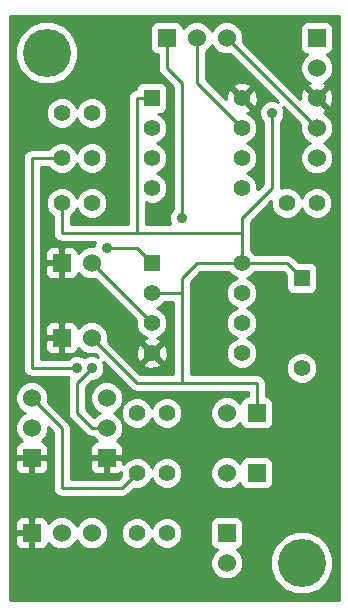
<source format=gbl>
G04 (created by PCBNEW (2013-07-07 BZR 4022)-stable) date 5/14/2015 8:52:31 PM*
%MOIN*%
G04 Gerber Fmt 3.4, Leading zero omitted, Abs format*
%FSLAX34Y34*%
G01*
G70*
G90*
G04 APERTURE LIST*
%ADD10C,0.00590551*%
%ADD11C,0.055*%
%ADD12R,0.06X0.06*%
%ADD13C,0.06*%
%ADD14R,0.055X0.055*%
%ADD15C,0.16*%
%ADD16C,0.035*%
%ADD17C,0.01*%
G04 APERTURE END LIST*
G54D10*
G54D11*
X71500Y-46500D03*
X70500Y-46500D03*
X69000Y-38000D03*
X68000Y-38000D03*
X69000Y-36500D03*
X68000Y-36500D03*
X75500Y-39500D03*
X76500Y-39500D03*
X69000Y-39500D03*
X68000Y-39500D03*
X71500Y-48500D03*
X70500Y-48500D03*
X71500Y-50500D03*
X70500Y-50500D03*
G54D12*
X76500Y-34000D03*
G54D13*
X76500Y-35000D03*
X76500Y-36000D03*
X76500Y-37000D03*
X76500Y-38000D03*
G54D12*
X67000Y-48000D03*
G54D13*
X67000Y-47000D03*
X67000Y-46000D03*
G54D12*
X69500Y-48000D03*
G54D13*
X69500Y-47000D03*
X69500Y-46000D03*
G54D12*
X67000Y-50500D03*
G54D13*
X68000Y-50500D03*
X69000Y-50500D03*
G54D12*
X74500Y-46500D03*
G54D13*
X73500Y-46500D03*
G54D12*
X74500Y-48500D03*
G54D13*
X73500Y-48500D03*
G54D12*
X73500Y-50500D03*
G54D13*
X73500Y-51500D03*
G54D12*
X68000Y-41500D03*
G54D13*
X69000Y-41500D03*
G54D12*
X68000Y-44000D03*
G54D13*
X69000Y-44000D03*
G54D14*
X71000Y-41500D03*
G54D11*
X71000Y-42500D03*
X71000Y-43500D03*
X71000Y-44500D03*
X74000Y-44500D03*
X74000Y-43500D03*
X74000Y-42500D03*
X74000Y-41500D03*
G54D14*
X71000Y-36000D03*
G54D11*
X71000Y-37000D03*
X71000Y-38000D03*
X71000Y-39000D03*
X74000Y-39000D03*
X74000Y-38000D03*
X74000Y-37000D03*
X74000Y-36000D03*
G54D14*
X76000Y-42000D03*
G54D11*
X76000Y-45000D03*
G54D15*
X67500Y-34500D03*
X76000Y-51500D03*
G54D12*
X71500Y-34000D03*
G54D13*
X72500Y-34000D03*
X73500Y-34000D03*
G54D16*
X69500Y-41000D03*
X72000Y-40000D03*
X69000Y-45000D03*
X68500Y-45000D03*
X75000Y-36500D03*
G54D17*
X69500Y-41000D02*
X70500Y-41000D01*
X71500Y-34000D02*
X71500Y-35000D01*
X72000Y-35500D02*
X72000Y-40000D01*
X71500Y-35000D02*
X72000Y-35500D01*
X70500Y-41000D02*
X71000Y-41500D01*
X72500Y-34000D02*
X72500Y-35500D01*
X72500Y-35500D02*
X74000Y-37000D01*
X69000Y-41500D02*
X71000Y-43500D01*
X67000Y-46000D02*
X68000Y-47000D01*
X70000Y-49000D02*
X70500Y-48500D01*
X69500Y-49000D02*
X70000Y-49000D01*
X68000Y-49000D02*
X69500Y-49000D01*
X68000Y-47000D02*
X68000Y-49000D01*
X69000Y-45000D02*
X68500Y-45500D01*
X69000Y-47000D02*
X69500Y-47000D01*
X68500Y-46500D02*
X69000Y-47000D01*
X68500Y-45500D02*
X68500Y-46500D01*
X68000Y-38000D02*
X67000Y-38000D01*
X67000Y-45000D02*
X68500Y-45000D01*
X67000Y-38000D02*
X67000Y-45000D01*
X73500Y-34000D02*
X76500Y-37000D01*
X71000Y-36000D02*
X70500Y-36000D01*
X70500Y-36000D02*
X70500Y-40500D01*
X75000Y-36500D02*
X75000Y-39000D01*
X74000Y-40000D02*
X74000Y-40500D01*
X75000Y-39000D02*
X74000Y-40000D01*
X74000Y-41500D02*
X75500Y-41500D01*
X75500Y-41500D02*
X76000Y-42000D01*
X72000Y-42500D02*
X72000Y-42000D01*
X72500Y-41500D02*
X74000Y-41500D01*
X72000Y-42000D02*
X72500Y-41500D01*
X71000Y-42500D02*
X72000Y-42500D01*
X72000Y-42500D02*
X72000Y-45500D01*
X74500Y-46500D02*
X74500Y-45500D01*
X70500Y-45500D02*
X72000Y-45500D01*
X72000Y-45500D02*
X74500Y-45500D01*
X70500Y-45500D02*
X69000Y-44000D01*
X68000Y-39500D02*
X68000Y-40500D01*
X68000Y-40500D02*
X70500Y-40500D01*
X70500Y-40500D02*
X74000Y-40500D01*
X74000Y-40500D02*
X74000Y-41500D01*
G54D10*
G36*
X75197Y-36121D02*
X75084Y-36075D01*
X74915Y-36074D01*
X74759Y-36139D01*
X74639Y-36258D01*
X74575Y-36415D01*
X74574Y-36584D01*
X74639Y-36740D01*
X74700Y-36801D01*
X74700Y-38875D01*
X74529Y-39045D01*
X74529Y-36075D01*
X74518Y-35867D01*
X74460Y-35727D01*
X74367Y-35702D01*
X74297Y-35773D01*
X74297Y-35632D01*
X74272Y-35539D01*
X74075Y-35470D01*
X73867Y-35481D01*
X73727Y-35539D01*
X73702Y-35632D01*
X74000Y-35929D01*
X74297Y-35632D01*
X74297Y-35773D01*
X74070Y-36000D01*
X74367Y-36297D01*
X74460Y-36272D01*
X74529Y-36075D01*
X74529Y-39045D01*
X74524Y-39050D01*
X74525Y-38896D01*
X74445Y-38703D01*
X74297Y-38555D01*
X74164Y-38499D01*
X74297Y-38445D01*
X74444Y-38297D01*
X74524Y-38104D01*
X74525Y-37896D01*
X74445Y-37703D01*
X74297Y-37555D01*
X74164Y-37499D01*
X74297Y-37445D01*
X74444Y-37297D01*
X74524Y-37104D01*
X74525Y-36896D01*
X74445Y-36703D01*
X74297Y-36555D01*
X74171Y-36502D01*
X74272Y-36460D01*
X74297Y-36367D01*
X74000Y-36070D01*
X73994Y-36076D01*
X73923Y-36005D01*
X73929Y-36000D01*
X73632Y-35702D01*
X73539Y-35727D01*
X73470Y-35924D01*
X73477Y-36052D01*
X72800Y-35375D01*
X72800Y-34471D01*
X72811Y-34466D01*
X72965Y-34311D01*
X72999Y-34230D01*
X73033Y-34311D01*
X73188Y-34465D01*
X73390Y-34549D01*
X73608Y-34550D01*
X73620Y-34545D01*
X75197Y-36121D01*
X75197Y-36121D01*
G37*
G54D17*
X75197Y-36121D02*
X75084Y-36075D01*
X74915Y-36074D01*
X74759Y-36139D01*
X74639Y-36258D01*
X74575Y-36415D01*
X74574Y-36584D01*
X74639Y-36740D01*
X74700Y-36801D01*
X74700Y-38875D01*
X74529Y-39045D01*
X74529Y-36075D01*
X74518Y-35867D01*
X74460Y-35727D01*
X74367Y-35702D01*
X74297Y-35773D01*
X74297Y-35632D01*
X74272Y-35539D01*
X74075Y-35470D01*
X73867Y-35481D01*
X73727Y-35539D01*
X73702Y-35632D01*
X74000Y-35929D01*
X74297Y-35632D01*
X74297Y-35773D01*
X74070Y-36000D01*
X74367Y-36297D01*
X74460Y-36272D01*
X74529Y-36075D01*
X74529Y-39045D01*
X74524Y-39050D01*
X74525Y-38896D01*
X74445Y-38703D01*
X74297Y-38555D01*
X74164Y-38499D01*
X74297Y-38445D01*
X74444Y-38297D01*
X74524Y-38104D01*
X74525Y-37896D01*
X74445Y-37703D01*
X74297Y-37555D01*
X74164Y-37499D01*
X74297Y-37445D01*
X74444Y-37297D01*
X74524Y-37104D01*
X74525Y-36896D01*
X74445Y-36703D01*
X74297Y-36555D01*
X74171Y-36502D01*
X74272Y-36460D01*
X74297Y-36367D01*
X74000Y-36070D01*
X73994Y-36076D01*
X73923Y-36005D01*
X73929Y-36000D01*
X73632Y-35702D01*
X73539Y-35727D01*
X73470Y-35924D01*
X73477Y-36052D01*
X72800Y-35375D01*
X72800Y-34471D01*
X72811Y-34466D01*
X72965Y-34311D01*
X72999Y-34230D01*
X73033Y-34311D01*
X73188Y-34465D01*
X73390Y-34549D01*
X73608Y-34550D01*
X73620Y-34545D01*
X75197Y-36121D01*
G54D10*
G36*
X77230Y-52730D02*
X77054Y-52730D01*
X77054Y-36081D01*
X77050Y-35988D01*
X77050Y-34891D01*
X76966Y-34688D01*
X76827Y-34550D01*
X76849Y-34550D01*
X76941Y-34512D01*
X77011Y-34441D01*
X77049Y-34349D01*
X77050Y-34250D01*
X77050Y-33650D01*
X77012Y-33558D01*
X76941Y-33488D01*
X76849Y-33450D01*
X76750Y-33449D01*
X76150Y-33449D01*
X76058Y-33487D01*
X75988Y-33558D01*
X75950Y-33650D01*
X75949Y-33749D01*
X75949Y-34349D01*
X75987Y-34441D01*
X76058Y-34511D01*
X76150Y-34549D01*
X76172Y-34549D01*
X76034Y-34688D01*
X75950Y-34890D01*
X75949Y-35108D01*
X76033Y-35311D01*
X76188Y-35465D01*
X76263Y-35497D01*
X76212Y-35518D01*
X76184Y-35614D01*
X76500Y-35929D01*
X76815Y-35614D01*
X76787Y-35518D01*
X76732Y-35499D01*
X76811Y-35466D01*
X76965Y-35311D01*
X77049Y-35109D01*
X77050Y-34891D01*
X77050Y-35988D01*
X77043Y-35863D01*
X76981Y-35712D01*
X76885Y-35684D01*
X76570Y-36000D01*
X76885Y-36315D01*
X76981Y-36287D01*
X77054Y-36081D01*
X77054Y-52730D01*
X77050Y-52730D01*
X77050Y-51292D01*
X77050Y-51291D01*
X77050Y-37891D01*
X76966Y-37688D01*
X76811Y-37534D01*
X76730Y-37500D01*
X76811Y-37466D01*
X76965Y-37311D01*
X77049Y-37109D01*
X77050Y-36891D01*
X76966Y-36688D01*
X76811Y-36534D01*
X76736Y-36502D01*
X76787Y-36481D01*
X76815Y-36385D01*
X76500Y-36070D01*
X76494Y-36076D01*
X76423Y-36005D01*
X76429Y-36000D01*
X76114Y-35684D01*
X76018Y-35712D01*
X75945Y-35918D01*
X75950Y-36026D01*
X74045Y-34121D01*
X74049Y-34109D01*
X74050Y-33891D01*
X73966Y-33688D01*
X73811Y-33534D01*
X73609Y-33450D01*
X73391Y-33449D01*
X73188Y-33533D01*
X73034Y-33688D01*
X73000Y-33769D01*
X72966Y-33688D01*
X72811Y-33534D01*
X72609Y-33450D01*
X72391Y-33449D01*
X72188Y-33533D01*
X72050Y-33672D01*
X72050Y-33650D01*
X72012Y-33558D01*
X71941Y-33488D01*
X71849Y-33450D01*
X71750Y-33449D01*
X71150Y-33449D01*
X71058Y-33487D01*
X70988Y-33558D01*
X70950Y-33650D01*
X70949Y-33749D01*
X70949Y-34349D01*
X70987Y-34441D01*
X71058Y-34511D01*
X71150Y-34549D01*
X71200Y-34549D01*
X71200Y-35000D01*
X71222Y-35114D01*
X71287Y-35212D01*
X71700Y-35624D01*
X71700Y-39698D01*
X71639Y-39758D01*
X71575Y-39915D01*
X71574Y-40084D01*
X71622Y-40200D01*
X70800Y-40200D01*
X70800Y-39485D01*
X70895Y-39524D01*
X71103Y-39525D01*
X71297Y-39445D01*
X71444Y-39297D01*
X71524Y-39104D01*
X71525Y-38896D01*
X71445Y-38703D01*
X71297Y-38555D01*
X71164Y-38499D01*
X71297Y-38445D01*
X71444Y-38297D01*
X71524Y-38104D01*
X71525Y-37896D01*
X71445Y-37703D01*
X71297Y-37555D01*
X71164Y-37499D01*
X71297Y-37445D01*
X71444Y-37297D01*
X71524Y-37104D01*
X71525Y-36896D01*
X71445Y-36703D01*
X71297Y-36555D01*
X71225Y-36525D01*
X71324Y-36525D01*
X71416Y-36487D01*
X71486Y-36416D01*
X71524Y-36324D01*
X71525Y-36225D01*
X71525Y-35675D01*
X71487Y-35583D01*
X71416Y-35513D01*
X71324Y-35475D01*
X71225Y-35474D01*
X70675Y-35474D01*
X70583Y-35512D01*
X70513Y-35583D01*
X70475Y-35675D01*
X70475Y-35704D01*
X70385Y-35722D01*
X70287Y-35787D01*
X70222Y-35885D01*
X70200Y-36000D01*
X70200Y-40200D01*
X68300Y-40200D01*
X68300Y-39942D01*
X68444Y-39797D01*
X68500Y-39664D01*
X68554Y-39797D01*
X68702Y-39944D01*
X68895Y-40024D01*
X69103Y-40025D01*
X69297Y-39945D01*
X69444Y-39797D01*
X69524Y-39604D01*
X69525Y-39396D01*
X69445Y-39203D01*
X69297Y-39055D01*
X69104Y-38975D01*
X68896Y-38974D01*
X68703Y-39054D01*
X68555Y-39202D01*
X68499Y-39335D01*
X68445Y-39203D01*
X68297Y-39055D01*
X68104Y-38975D01*
X67896Y-38974D01*
X67703Y-39054D01*
X67555Y-39202D01*
X67475Y-39395D01*
X67474Y-39603D01*
X67554Y-39797D01*
X67700Y-39942D01*
X67700Y-40500D01*
X67722Y-40614D01*
X67787Y-40712D01*
X67885Y-40777D01*
X68000Y-40800D01*
X69122Y-40800D01*
X69075Y-40915D01*
X69075Y-40950D01*
X68891Y-40949D01*
X68688Y-41033D01*
X68549Y-41172D01*
X68549Y-41150D01*
X68511Y-41058D01*
X68441Y-40987D01*
X68349Y-40949D01*
X68112Y-40950D01*
X68050Y-41012D01*
X68050Y-41450D01*
X68057Y-41450D01*
X68057Y-41550D01*
X68050Y-41550D01*
X68050Y-41987D01*
X68112Y-42050D01*
X68349Y-42050D01*
X68441Y-42012D01*
X68511Y-41941D01*
X68549Y-41849D01*
X68549Y-41827D01*
X68688Y-41965D01*
X68890Y-42049D01*
X69108Y-42050D01*
X69120Y-42045D01*
X70475Y-43399D01*
X70474Y-43603D01*
X70554Y-43797D01*
X70702Y-43944D01*
X70828Y-43997D01*
X70727Y-44039D01*
X70702Y-44132D01*
X71000Y-44429D01*
X71297Y-44132D01*
X71272Y-44039D01*
X71162Y-44000D01*
X71297Y-43945D01*
X71444Y-43797D01*
X71524Y-43604D01*
X71525Y-43396D01*
X71445Y-43203D01*
X71297Y-43055D01*
X71164Y-42999D01*
X71297Y-42945D01*
X71442Y-42800D01*
X71700Y-42800D01*
X71700Y-45200D01*
X71529Y-45200D01*
X71529Y-44575D01*
X71518Y-44367D01*
X71460Y-44227D01*
X71367Y-44202D01*
X71070Y-44500D01*
X71367Y-44797D01*
X71460Y-44772D01*
X71529Y-44575D01*
X71529Y-45200D01*
X71297Y-45200D01*
X71297Y-44867D01*
X71000Y-44570D01*
X70929Y-44641D01*
X70929Y-44500D01*
X70632Y-44202D01*
X70539Y-44227D01*
X70470Y-44424D01*
X70481Y-44632D01*
X70539Y-44772D01*
X70632Y-44797D01*
X70929Y-44500D01*
X70929Y-44641D01*
X70702Y-44867D01*
X70727Y-44960D01*
X70924Y-45029D01*
X71132Y-45018D01*
X71272Y-44960D01*
X71297Y-44867D01*
X71297Y-45200D01*
X70624Y-45200D01*
X69545Y-44121D01*
X69549Y-44109D01*
X69550Y-43891D01*
X69466Y-43688D01*
X69311Y-43534D01*
X69109Y-43450D01*
X68891Y-43449D01*
X68688Y-43533D01*
X68549Y-43672D01*
X68549Y-43650D01*
X68511Y-43558D01*
X68441Y-43487D01*
X68349Y-43449D01*
X68112Y-43450D01*
X68050Y-43512D01*
X68050Y-43950D01*
X68057Y-43950D01*
X68057Y-44050D01*
X68050Y-44050D01*
X68050Y-44487D01*
X68112Y-44550D01*
X68349Y-44550D01*
X68441Y-44512D01*
X68511Y-44441D01*
X68549Y-44349D01*
X68549Y-44327D01*
X68688Y-44465D01*
X68890Y-44549D01*
X69108Y-44550D01*
X69120Y-44545D01*
X69197Y-44621D01*
X69084Y-44575D01*
X68915Y-44574D01*
X68759Y-44639D01*
X68750Y-44648D01*
X68741Y-44639D01*
X68584Y-44575D01*
X68415Y-44574D01*
X68259Y-44639D01*
X68198Y-44700D01*
X67950Y-44700D01*
X67950Y-44487D01*
X67950Y-44050D01*
X67950Y-43950D01*
X67950Y-43512D01*
X67950Y-41987D01*
X67950Y-41550D01*
X67950Y-41450D01*
X67950Y-41012D01*
X67887Y-40950D01*
X67650Y-40949D01*
X67558Y-40987D01*
X67488Y-41058D01*
X67450Y-41150D01*
X67449Y-41249D01*
X67450Y-41387D01*
X67512Y-41450D01*
X67950Y-41450D01*
X67950Y-41550D01*
X67512Y-41550D01*
X67450Y-41612D01*
X67449Y-41750D01*
X67450Y-41849D01*
X67488Y-41941D01*
X67558Y-42012D01*
X67650Y-42050D01*
X67887Y-42050D01*
X67950Y-41987D01*
X67950Y-43512D01*
X67887Y-43450D01*
X67650Y-43449D01*
X67558Y-43487D01*
X67488Y-43558D01*
X67450Y-43650D01*
X67449Y-43749D01*
X67450Y-43887D01*
X67512Y-43950D01*
X67950Y-43950D01*
X67950Y-44050D01*
X67512Y-44050D01*
X67450Y-44112D01*
X67449Y-44250D01*
X67450Y-44349D01*
X67488Y-44441D01*
X67558Y-44512D01*
X67650Y-44550D01*
X67887Y-44550D01*
X67950Y-44487D01*
X67950Y-44700D01*
X67300Y-44700D01*
X67300Y-38300D01*
X67557Y-38300D01*
X67702Y-38444D01*
X67895Y-38524D01*
X68103Y-38525D01*
X68297Y-38445D01*
X68444Y-38297D01*
X68500Y-38164D01*
X68554Y-38297D01*
X68702Y-38444D01*
X68895Y-38524D01*
X69103Y-38525D01*
X69297Y-38445D01*
X69444Y-38297D01*
X69524Y-38104D01*
X69525Y-37896D01*
X69525Y-36396D01*
X69445Y-36203D01*
X69297Y-36055D01*
X69104Y-35975D01*
X68896Y-35974D01*
X68703Y-36054D01*
X68555Y-36202D01*
X68550Y-36214D01*
X68550Y-34292D01*
X68390Y-33906D01*
X68095Y-33610D01*
X67709Y-33450D01*
X67292Y-33449D01*
X66906Y-33609D01*
X66610Y-33904D01*
X66450Y-34290D01*
X66449Y-34707D01*
X66609Y-35094D01*
X66904Y-35389D01*
X67290Y-35549D01*
X67707Y-35550D01*
X68094Y-35390D01*
X68389Y-35095D01*
X68549Y-34709D01*
X68550Y-34292D01*
X68550Y-36214D01*
X68499Y-36335D01*
X68445Y-36203D01*
X68297Y-36055D01*
X68104Y-35975D01*
X67896Y-35974D01*
X67703Y-36054D01*
X67555Y-36202D01*
X67475Y-36395D01*
X67474Y-36603D01*
X67554Y-36797D01*
X67702Y-36944D01*
X67895Y-37024D01*
X68103Y-37025D01*
X68297Y-36945D01*
X68444Y-36797D01*
X68500Y-36664D01*
X68554Y-36797D01*
X68702Y-36944D01*
X68895Y-37024D01*
X69103Y-37025D01*
X69297Y-36945D01*
X69444Y-36797D01*
X69524Y-36604D01*
X69525Y-36396D01*
X69525Y-37896D01*
X69445Y-37703D01*
X69297Y-37555D01*
X69104Y-37475D01*
X68896Y-37474D01*
X68703Y-37554D01*
X68555Y-37702D01*
X68499Y-37835D01*
X68445Y-37703D01*
X68297Y-37555D01*
X68104Y-37475D01*
X67896Y-37474D01*
X67703Y-37554D01*
X67557Y-37700D01*
X67000Y-37700D01*
X66885Y-37722D01*
X66787Y-37787D01*
X66722Y-37885D01*
X66700Y-38000D01*
X66700Y-45000D01*
X66722Y-45114D01*
X66787Y-45212D01*
X66885Y-45277D01*
X67000Y-45300D01*
X68198Y-45300D01*
X68247Y-45348D01*
X68222Y-45385D01*
X68200Y-45500D01*
X68200Y-46500D01*
X68222Y-46614D01*
X68287Y-46712D01*
X68787Y-47212D01*
X68787Y-47212D01*
X68885Y-47277D01*
X69000Y-47300D01*
X69028Y-47300D01*
X69033Y-47311D01*
X69172Y-47450D01*
X69150Y-47450D01*
X69058Y-47488D01*
X68987Y-47558D01*
X68949Y-47650D01*
X68950Y-47887D01*
X69012Y-47950D01*
X69450Y-47950D01*
X69450Y-47942D01*
X69550Y-47942D01*
X69550Y-47950D01*
X69987Y-47950D01*
X70050Y-47887D01*
X70050Y-47650D01*
X70012Y-47558D01*
X69941Y-47488D01*
X69849Y-47450D01*
X69827Y-47450D01*
X69965Y-47311D01*
X70049Y-47109D01*
X70050Y-46891D01*
X69966Y-46688D01*
X69811Y-46534D01*
X69730Y-46500D01*
X69811Y-46466D01*
X69965Y-46311D01*
X70049Y-46109D01*
X70050Y-45891D01*
X69966Y-45688D01*
X69811Y-45534D01*
X69609Y-45450D01*
X69391Y-45449D01*
X69188Y-45533D01*
X69034Y-45688D01*
X68950Y-45890D01*
X68949Y-46108D01*
X69033Y-46311D01*
X69188Y-46465D01*
X69269Y-46499D01*
X69188Y-46533D01*
X69073Y-46648D01*
X68800Y-46375D01*
X68800Y-45624D01*
X68999Y-45424D01*
X69084Y-45425D01*
X69240Y-45360D01*
X69360Y-45241D01*
X69424Y-45084D01*
X69425Y-44915D01*
X69378Y-44802D01*
X70287Y-45712D01*
X70287Y-45712D01*
X70385Y-45777D01*
X70500Y-45800D01*
X72000Y-45800D01*
X74200Y-45800D01*
X74200Y-45949D01*
X74150Y-45949D01*
X74058Y-45987D01*
X73988Y-46058D01*
X73950Y-46150D01*
X73950Y-46172D01*
X73811Y-46034D01*
X73609Y-45950D01*
X73391Y-45949D01*
X73188Y-46033D01*
X73034Y-46188D01*
X72950Y-46390D01*
X72949Y-46608D01*
X73033Y-46811D01*
X73188Y-46965D01*
X73390Y-47049D01*
X73608Y-47050D01*
X73811Y-46966D01*
X73949Y-46827D01*
X73949Y-46849D01*
X73987Y-46941D01*
X74058Y-47011D01*
X74150Y-47049D01*
X74249Y-47050D01*
X74849Y-47050D01*
X74941Y-47012D01*
X75011Y-46941D01*
X75049Y-46849D01*
X75050Y-46750D01*
X75050Y-46150D01*
X75012Y-46058D01*
X74941Y-45988D01*
X74849Y-45950D01*
X74800Y-45950D01*
X74800Y-45500D01*
X74777Y-45385D01*
X74712Y-45287D01*
X74614Y-45222D01*
X74500Y-45200D01*
X72300Y-45200D01*
X72300Y-42500D01*
X72300Y-42124D01*
X72624Y-41800D01*
X73557Y-41800D01*
X73702Y-41944D01*
X73835Y-42000D01*
X73703Y-42054D01*
X73555Y-42202D01*
X73475Y-42395D01*
X73474Y-42603D01*
X73554Y-42797D01*
X73702Y-42944D01*
X73835Y-43000D01*
X73703Y-43054D01*
X73555Y-43202D01*
X73475Y-43395D01*
X73474Y-43603D01*
X73554Y-43797D01*
X73702Y-43944D01*
X73835Y-44000D01*
X73703Y-44054D01*
X73555Y-44202D01*
X73475Y-44395D01*
X73474Y-44603D01*
X73554Y-44797D01*
X73702Y-44944D01*
X73895Y-45024D01*
X74103Y-45025D01*
X74297Y-44945D01*
X74444Y-44797D01*
X74524Y-44604D01*
X74525Y-44396D01*
X74445Y-44203D01*
X74297Y-44055D01*
X74164Y-43999D01*
X74297Y-43945D01*
X74444Y-43797D01*
X74524Y-43604D01*
X74525Y-43396D01*
X74445Y-43203D01*
X74297Y-43055D01*
X74164Y-42999D01*
X74297Y-42945D01*
X74444Y-42797D01*
X74524Y-42604D01*
X74525Y-42396D01*
X74445Y-42203D01*
X74297Y-42055D01*
X74164Y-41999D01*
X74297Y-41945D01*
X74442Y-41800D01*
X75375Y-41800D01*
X75474Y-41899D01*
X75474Y-42324D01*
X75512Y-42416D01*
X75583Y-42486D01*
X75675Y-42524D01*
X75774Y-42525D01*
X76324Y-42525D01*
X76416Y-42487D01*
X76486Y-42416D01*
X76524Y-42324D01*
X76525Y-42225D01*
X76525Y-41675D01*
X76487Y-41583D01*
X76416Y-41513D01*
X76324Y-41475D01*
X76225Y-41474D01*
X75899Y-41474D01*
X75712Y-41287D01*
X75614Y-41222D01*
X75500Y-41200D01*
X74442Y-41200D01*
X74300Y-41057D01*
X74300Y-40500D01*
X74300Y-40124D01*
X74975Y-39449D01*
X74974Y-39603D01*
X75054Y-39797D01*
X75202Y-39944D01*
X75395Y-40024D01*
X75603Y-40025D01*
X75797Y-39945D01*
X75944Y-39797D01*
X76000Y-39664D01*
X76054Y-39797D01*
X76202Y-39944D01*
X76395Y-40024D01*
X76603Y-40025D01*
X76797Y-39945D01*
X76944Y-39797D01*
X77024Y-39604D01*
X77025Y-39396D01*
X76945Y-39203D01*
X76797Y-39055D01*
X76604Y-38975D01*
X76396Y-38974D01*
X76203Y-39054D01*
X76055Y-39202D01*
X75999Y-39335D01*
X75945Y-39203D01*
X75797Y-39055D01*
X75604Y-38975D01*
X75396Y-38974D01*
X75296Y-39015D01*
X75299Y-39000D01*
X75300Y-39000D01*
X75300Y-36801D01*
X75360Y-36741D01*
X75424Y-36584D01*
X75425Y-36415D01*
X75378Y-36302D01*
X75954Y-36878D01*
X75950Y-36890D01*
X75949Y-37108D01*
X76033Y-37311D01*
X76188Y-37465D01*
X76269Y-37499D01*
X76188Y-37533D01*
X76034Y-37688D01*
X75950Y-37890D01*
X75949Y-38108D01*
X76033Y-38311D01*
X76188Y-38465D01*
X76390Y-38549D01*
X76608Y-38550D01*
X76811Y-38466D01*
X76965Y-38311D01*
X77049Y-38109D01*
X77050Y-37891D01*
X77050Y-51291D01*
X76890Y-50906D01*
X76595Y-50610D01*
X76525Y-50581D01*
X76525Y-44896D01*
X76445Y-44703D01*
X76297Y-44555D01*
X76104Y-44475D01*
X75896Y-44474D01*
X75703Y-44554D01*
X75555Y-44702D01*
X75475Y-44895D01*
X75474Y-45103D01*
X75554Y-45297D01*
X75702Y-45444D01*
X75895Y-45524D01*
X76103Y-45525D01*
X76297Y-45445D01*
X76444Y-45297D01*
X76524Y-45104D01*
X76525Y-44896D01*
X76525Y-50581D01*
X76209Y-50450D01*
X75792Y-50449D01*
X75406Y-50609D01*
X75110Y-50904D01*
X75050Y-51049D01*
X75050Y-48750D01*
X75050Y-48150D01*
X75012Y-48058D01*
X74941Y-47988D01*
X74849Y-47950D01*
X74750Y-47949D01*
X74150Y-47949D01*
X74058Y-47987D01*
X73988Y-48058D01*
X73950Y-48150D01*
X73950Y-48172D01*
X73811Y-48034D01*
X73609Y-47950D01*
X73391Y-47949D01*
X73188Y-48033D01*
X73034Y-48188D01*
X72950Y-48390D01*
X72949Y-48608D01*
X73033Y-48811D01*
X73188Y-48965D01*
X73390Y-49049D01*
X73608Y-49050D01*
X73811Y-48966D01*
X73949Y-48827D01*
X73949Y-48849D01*
X73987Y-48941D01*
X74058Y-49011D01*
X74150Y-49049D01*
X74249Y-49050D01*
X74849Y-49050D01*
X74941Y-49012D01*
X75011Y-48941D01*
X75049Y-48849D01*
X75050Y-48750D01*
X75050Y-51049D01*
X74950Y-51290D01*
X74949Y-51707D01*
X75109Y-52094D01*
X75404Y-52389D01*
X75790Y-52549D01*
X76207Y-52550D01*
X76594Y-52390D01*
X76889Y-52095D01*
X77049Y-51709D01*
X77050Y-51292D01*
X77050Y-52730D01*
X74050Y-52730D01*
X74050Y-51391D01*
X73966Y-51188D01*
X73827Y-51050D01*
X73849Y-51050D01*
X73941Y-51012D01*
X74011Y-50941D01*
X74049Y-50849D01*
X74050Y-50750D01*
X74050Y-50150D01*
X74012Y-50058D01*
X73941Y-49988D01*
X73849Y-49950D01*
X73750Y-49949D01*
X73150Y-49949D01*
X73058Y-49987D01*
X72988Y-50058D01*
X72950Y-50150D01*
X72949Y-50249D01*
X72949Y-50849D01*
X72987Y-50941D01*
X73058Y-51011D01*
X73150Y-51049D01*
X73172Y-51049D01*
X73034Y-51188D01*
X72950Y-51390D01*
X72949Y-51608D01*
X73033Y-51811D01*
X73188Y-51965D01*
X73390Y-52049D01*
X73608Y-52050D01*
X73811Y-51966D01*
X73965Y-51811D01*
X74049Y-51609D01*
X74050Y-51391D01*
X74050Y-52730D01*
X72025Y-52730D01*
X72025Y-50396D01*
X72025Y-48396D01*
X72025Y-46396D01*
X71945Y-46203D01*
X71797Y-46055D01*
X71604Y-45975D01*
X71396Y-45974D01*
X71203Y-46054D01*
X71055Y-46202D01*
X70999Y-46335D01*
X70945Y-46203D01*
X70797Y-46055D01*
X70604Y-45975D01*
X70396Y-45974D01*
X70203Y-46054D01*
X70055Y-46202D01*
X69975Y-46395D01*
X69974Y-46603D01*
X70054Y-46797D01*
X70202Y-46944D01*
X70395Y-47024D01*
X70603Y-47025D01*
X70797Y-46945D01*
X70944Y-46797D01*
X71000Y-46664D01*
X71054Y-46797D01*
X71202Y-46944D01*
X71395Y-47024D01*
X71603Y-47025D01*
X71797Y-46945D01*
X71944Y-46797D01*
X72024Y-46604D01*
X72025Y-46396D01*
X72025Y-48396D01*
X71945Y-48203D01*
X71797Y-48055D01*
X71604Y-47975D01*
X71396Y-47974D01*
X71203Y-48054D01*
X71055Y-48202D01*
X70999Y-48335D01*
X70945Y-48203D01*
X70797Y-48055D01*
X70604Y-47975D01*
X70396Y-47974D01*
X70203Y-48054D01*
X70055Y-48202D01*
X70050Y-48214D01*
X70050Y-48112D01*
X69987Y-48050D01*
X69550Y-48050D01*
X69550Y-48487D01*
X69612Y-48550D01*
X69750Y-48550D01*
X69849Y-48549D01*
X69941Y-48511D01*
X69975Y-48478D01*
X69974Y-48600D01*
X69875Y-48700D01*
X69500Y-48700D01*
X69450Y-48700D01*
X69450Y-48487D01*
X69450Y-48050D01*
X69012Y-48050D01*
X68950Y-48112D01*
X68949Y-48349D01*
X68987Y-48441D01*
X69058Y-48511D01*
X69150Y-48549D01*
X69249Y-48550D01*
X69387Y-48550D01*
X69450Y-48487D01*
X69450Y-48700D01*
X68300Y-48700D01*
X68300Y-47000D01*
X68277Y-46885D01*
X68212Y-46787D01*
X68212Y-46787D01*
X67545Y-46121D01*
X67549Y-46109D01*
X67550Y-45891D01*
X67466Y-45688D01*
X67311Y-45534D01*
X67109Y-45450D01*
X66891Y-45449D01*
X66688Y-45533D01*
X66534Y-45688D01*
X66450Y-45890D01*
X66449Y-46108D01*
X66533Y-46311D01*
X66688Y-46465D01*
X66769Y-46499D01*
X66688Y-46533D01*
X66534Y-46688D01*
X66450Y-46890D01*
X66449Y-47108D01*
X66533Y-47311D01*
X66672Y-47450D01*
X66650Y-47450D01*
X66558Y-47488D01*
X66487Y-47558D01*
X66449Y-47650D01*
X66450Y-47887D01*
X66512Y-47950D01*
X66950Y-47950D01*
X66950Y-47942D01*
X67050Y-47942D01*
X67050Y-47950D01*
X67487Y-47950D01*
X67550Y-47887D01*
X67550Y-47650D01*
X67512Y-47558D01*
X67441Y-47488D01*
X67349Y-47450D01*
X67327Y-47450D01*
X67465Y-47311D01*
X67549Y-47109D01*
X67550Y-46974D01*
X67700Y-47124D01*
X67700Y-49000D01*
X67722Y-49114D01*
X67787Y-49212D01*
X67885Y-49277D01*
X68000Y-49300D01*
X69500Y-49300D01*
X70000Y-49300D01*
X70000Y-49299D01*
X70114Y-49277D01*
X70114Y-49277D01*
X70212Y-49212D01*
X70399Y-49024D01*
X70603Y-49025D01*
X70797Y-48945D01*
X70944Y-48797D01*
X71000Y-48664D01*
X71054Y-48797D01*
X71202Y-48944D01*
X71395Y-49024D01*
X71603Y-49025D01*
X71797Y-48945D01*
X71944Y-48797D01*
X72024Y-48604D01*
X72025Y-48396D01*
X72025Y-50396D01*
X71945Y-50203D01*
X71797Y-50055D01*
X71604Y-49975D01*
X71396Y-49974D01*
X71203Y-50054D01*
X71055Y-50202D01*
X70999Y-50335D01*
X70945Y-50203D01*
X70797Y-50055D01*
X70604Y-49975D01*
X70396Y-49974D01*
X70203Y-50054D01*
X70055Y-50202D01*
X69975Y-50395D01*
X69974Y-50603D01*
X70054Y-50797D01*
X70202Y-50944D01*
X70395Y-51024D01*
X70603Y-51025D01*
X70797Y-50945D01*
X70944Y-50797D01*
X71000Y-50664D01*
X71054Y-50797D01*
X71202Y-50944D01*
X71395Y-51024D01*
X71603Y-51025D01*
X71797Y-50945D01*
X71944Y-50797D01*
X72024Y-50604D01*
X72025Y-50396D01*
X72025Y-52730D01*
X69550Y-52730D01*
X69550Y-50391D01*
X69466Y-50188D01*
X69311Y-50034D01*
X69109Y-49950D01*
X68891Y-49949D01*
X68688Y-50033D01*
X68534Y-50188D01*
X68500Y-50269D01*
X68466Y-50188D01*
X68311Y-50034D01*
X68109Y-49950D01*
X67891Y-49949D01*
X67688Y-50033D01*
X67550Y-50172D01*
X67550Y-48349D01*
X67550Y-48112D01*
X67487Y-48050D01*
X67050Y-48050D01*
X67050Y-48487D01*
X67112Y-48550D01*
X67250Y-48550D01*
X67349Y-48549D01*
X67441Y-48511D01*
X67512Y-48441D01*
X67550Y-48349D01*
X67550Y-50172D01*
X67549Y-50172D01*
X67549Y-50150D01*
X67511Y-50058D01*
X67441Y-49987D01*
X67349Y-49949D01*
X67112Y-49950D01*
X67050Y-50012D01*
X67050Y-50450D01*
X67057Y-50450D01*
X67057Y-50550D01*
X67050Y-50550D01*
X67050Y-50987D01*
X67112Y-51050D01*
X67349Y-51050D01*
X67441Y-51012D01*
X67511Y-50941D01*
X67549Y-50849D01*
X67549Y-50827D01*
X67688Y-50965D01*
X67890Y-51049D01*
X68108Y-51050D01*
X68311Y-50966D01*
X68465Y-50811D01*
X68499Y-50730D01*
X68533Y-50811D01*
X68688Y-50965D01*
X68890Y-51049D01*
X69108Y-51050D01*
X69311Y-50966D01*
X69465Y-50811D01*
X69549Y-50609D01*
X69550Y-50391D01*
X69550Y-52730D01*
X66950Y-52730D01*
X66950Y-50987D01*
X66950Y-50550D01*
X66950Y-50450D01*
X66950Y-50012D01*
X66950Y-48487D01*
X66950Y-48050D01*
X66512Y-48050D01*
X66450Y-48112D01*
X66449Y-48349D01*
X66487Y-48441D01*
X66558Y-48511D01*
X66650Y-48549D01*
X66749Y-48550D01*
X66887Y-48550D01*
X66950Y-48487D01*
X66950Y-50012D01*
X66887Y-49950D01*
X66650Y-49949D01*
X66558Y-49987D01*
X66488Y-50058D01*
X66450Y-50150D01*
X66449Y-50249D01*
X66450Y-50387D01*
X66512Y-50450D01*
X66950Y-50450D01*
X66950Y-50550D01*
X66512Y-50550D01*
X66450Y-50612D01*
X66449Y-50750D01*
X66450Y-50849D01*
X66488Y-50941D01*
X66558Y-51012D01*
X66650Y-51050D01*
X66887Y-51050D01*
X66950Y-50987D01*
X66950Y-52730D01*
X66269Y-52730D01*
X66269Y-52500D01*
X66269Y-33269D01*
X77230Y-33269D01*
X77230Y-52500D01*
X77230Y-52730D01*
X77230Y-52730D01*
G37*
G54D17*
X77230Y-52730D02*
X77054Y-52730D01*
X77054Y-36081D01*
X77050Y-35988D01*
X77050Y-34891D01*
X76966Y-34688D01*
X76827Y-34550D01*
X76849Y-34550D01*
X76941Y-34512D01*
X77011Y-34441D01*
X77049Y-34349D01*
X77050Y-34250D01*
X77050Y-33650D01*
X77012Y-33558D01*
X76941Y-33488D01*
X76849Y-33450D01*
X76750Y-33449D01*
X76150Y-33449D01*
X76058Y-33487D01*
X75988Y-33558D01*
X75950Y-33650D01*
X75949Y-33749D01*
X75949Y-34349D01*
X75987Y-34441D01*
X76058Y-34511D01*
X76150Y-34549D01*
X76172Y-34549D01*
X76034Y-34688D01*
X75950Y-34890D01*
X75949Y-35108D01*
X76033Y-35311D01*
X76188Y-35465D01*
X76263Y-35497D01*
X76212Y-35518D01*
X76184Y-35614D01*
X76500Y-35929D01*
X76815Y-35614D01*
X76787Y-35518D01*
X76732Y-35499D01*
X76811Y-35466D01*
X76965Y-35311D01*
X77049Y-35109D01*
X77050Y-34891D01*
X77050Y-35988D01*
X77043Y-35863D01*
X76981Y-35712D01*
X76885Y-35684D01*
X76570Y-36000D01*
X76885Y-36315D01*
X76981Y-36287D01*
X77054Y-36081D01*
X77054Y-52730D01*
X77050Y-52730D01*
X77050Y-51292D01*
X77050Y-51291D01*
X77050Y-37891D01*
X76966Y-37688D01*
X76811Y-37534D01*
X76730Y-37500D01*
X76811Y-37466D01*
X76965Y-37311D01*
X77049Y-37109D01*
X77050Y-36891D01*
X76966Y-36688D01*
X76811Y-36534D01*
X76736Y-36502D01*
X76787Y-36481D01*
X76815Y-36385D01*
X76500Y-36070D01*
X76494Y-36076D01*
X76423Y-36005D01*
X76429Y-36000D01*
X76114Y-35684D01*
X76018Y-35712D01*
X75945Y-35918D01*
X75950Y-36026D01*
X74045Y-34121D01*
X74049Y-34109D01*
X74050Y-33891D01*
X73966Y-33688D01*
X73811Y-33534D01*
X73609Y-33450D01*
X73391Y-33449D01*
X73188Y-33533D01*
X73034Y-33688D01*
X73000Y-33769D01*
X72966Y-33688D01*
X72811Y-33534D01*
X72609Y-33450D01*
X72391Y-33449D01*
X72188Y-33533D01*
X72050Y-33672D01*
X72050Y-33650D01*
X72012Y-33558D01*
X71941Y-33488D01*
X71849Y-33450D01*
X71750Y-33449D01*
X71150Y-33449D01*
X71058Y-33487D01*
X70988Y-33558D01*
X70950Y-33650D01*
X70949Y-33749D01*
X70949Y-34349D01*
X70987Y-34441D01*
X71058Y-34511D01*
X71150Y-34549D01*
X71200Y-34549D01*
X71200Y-35000D01*
X71222Y-35114D01*
X71287Y-35212D01*
X71700Y-35624D01*
X71700Y-39698D01*
X71639Y-39758D01*
X71575Y-39915D01*
X71574Y-40084D01*
X71622Y-40200D01*
X70800Y-40200D01*
X70800Y-39485D01*
X70895Y-39524D01*
X71103Y-39525D01*
X71297Y-39445D01*
X71444Y-39297D01*
X71524Y-39104D01*
X71525Y-38896D01*
X71445Y-38703D01*
X71297Y-38555D01*
X71164Y-38499D01*
X71297Y-38445D01*
X71444Y-38297D01*
X71524Y-38104D01*
X71525Y-37896D01*
X71445Y-37703D01*
X71297Y-37555D01*
X71164Y-37499D01*
X71297Y-37445D01*
X71444Y-37297D01*
X71524Y-37104D01*
X71525Y-36896D01*
X71445Y-36703D01*
X71297Y-36555D01*
X71225Y-36525D01*
X71324Y-36525D01*
X71416Y-36487D01*
X71486Y-36416D01*
X71524Y-36324D01*
X71525Y-36225D01*
X71525Y-35675D01*
X71487Y-35583D01*
X71416Y-35513D01*
X71324Y-35475D01*
X71225Y-35474D01*
X70675Y-35474D01*
X70583Y-35512D01*
X70513Y-35583D01*
X70475Y-35675D01*
X70475Y-35704D01*
X70385Y-35722D01*
X70287Y-35787D01*
X70222Y-35885D01*
X70200Y-36000D01*
X70200Y-40200D01*
X68300Y-40200D01*
X68300Y-39942D01*
X68444Y-39797D01*
X68500Y-39664D01*
X68554Y-39797D01*
X68702Y-39944D01*
X68895Y-40024D01*
X69103Y-40025D01*
X69297Y-39945D01*
X69444Y-39797D01*
X69524Y-39604D01*
X69525Y-39396D01*
X69445Y-39203D01*
X69297Y-39055D01*
X69104Y-38975D01*
X68896Y-38974D01*
X68703Y-39054D01*
X68555Y-39202D01*
X68499Y-39335D01*
X68445Y-39203D01*
X68297Y-39055D01*
X68104Y-38975D01*
X67896Y-38974D01*
X67703Y-39054D01*
X67555Y-39202D01*
X67475Y-39395D01*
X67474Y-39603D01*
X67554Y-39797D01*
X67700Y-39942D01*
X67700Y-40500D01*
X67722Y-40614D01*
X67787Y-40712D01*
X67885Y-40777D01*
X68000Y-40800D01*
X69122Y-40800D01*
X69075Y-40915D01*
X69075Y-40950D01*
X68891Y-40949D01*
X68688Y-41033D01*
X68549Y-41172D01*
X68549Y-41150D01*
X68511Y-41058D01*
X68441Y-40987D01*
X68349Y-40949D01*
X68112Y-40950D01*
X68050Y-41012D01*
X68050Y-41450D01*
X68057Y-41450D01*
X68057Y-41550D01*
X68050Y-41550D01*
X68050Y-41987D01*
X68112Y-42050D01*
X68349Y-42050D01*
X68441Y-42012D01*
X68511Y-41941D01*
X68549Y-41849D01*
X68549Y-41827D01*
X68688Y-41965D01*
X68890Y-42049D01*
X69108Y-42050D01*
X69120Y-42045D01*
X70475Y-43399D01*
X70474Y-43603D01*
X70554Y-43797D01*
X70702Y-43944D01*
X70828Y-43997D01*
X70727Y-44039D01*
X70702Y-44132D01*
X71000Y-44429D01*
X71297Y-44132D01*
X71272Y-44039D01*
X71162Y-44000D01*
X71297Y-43945D01*
X71444Y-43797D01*
X71524Y-43604D01*
X71525Y-43396D01*
X71445Y-43203D01*
X71297Y-43055D01*
X71164Y-42999D01*
X71297Y-42945D01*
X71442Y-42800D01*
X71700Y-42800D01*
X71700Y-45200D01*
X71529Y-45200D01*
X71529Y-44575D01*
X71518Y-44367D01*
X71460Y-44227D01*
X71367Y-44202D01*
X71070Y-44500D01*
X71367Y-44797D01*
X71460Y-44772D01*
X71529Y-44575D01*
X71529Y-45200D01*
X71297Y-45200D01*
X71297Y-44867D01*
X71000Y-44570D01*
X70929Y-44641D01*
X70929Y-44500D01*
X70632Y-44202D01*
X70539Y-44227D01*
X70470Y-44424D01*
X70481Y-44632D01*
X70539Y-44772D01*
X70632Y-44797D01*
X70929Y-44500D01*
X70929Y-44641D01*
X70702Y-44867D01*
X70727Y-44960D01*
X70924Y-45029D01*
X71132Y-45018D01*
X71272Y-44960D01*
X71297Y-44867D01*
X71297Y-45200D01*
X70624Y-45200D01*
X69545Y-44121D01*
X69549Y-44109D01*
X69550Y-43891D01*
X69466Y-43688D01*
X69311Y-43534D01*
X69109Y-43450D01*
X68891Y-43449D01*
X68688Y-43533D01*
X68549Y-43672D01*
X68549Y-43650D01*
X68511Y-43558D01*
X68441Y-43487D01*
X68349Y-43449D01*
X68112Y-43450D01*
X68050Y-43512D01*
X68050Y-43950D01*
X68057Y-43950D01*
X68057Y-44050D01*
X68050Y-44050D01*
X68050Y-44487D01*
X68112Y-44550D01*
X68349Y-44550D01*
X68441Y-44512D01*
X68511Y-44441D01*
X68549Y-44349D01*
X68549Y-44327D01*
X68688Y-44465D01*
X68890Y-44549D01*
X69108Y-44550D01*
X69120Y-44545D01*
X69197Y-44621D01*
X69084Y-44575D01*
X68915Y-44574D01*
X68759Y-44639D01*
X68750Y-44648D01*
X68741Y-44639D01*
X68584Y-44575D01*
X68415Y-44574D01*
X68259Y-44639D01*
X68198Y-44700D01*
X67950Y-44700D01*
X67950Y-44487D01*
X67950Y-44050D01*
X67950Y-43950D01*
X67950Y-43512D01*
X67950Y-41987D01*
X67950Y-41550D01*
X67950Y-41450D01*
X67950Y-41012D01*
X67887Y-40950D01*
X67650Y-40949D01*
X67558Y-40987D01*
X67488Y-41058D01*
X67450Y-41150D01*
X67449Y-41249D01*
X67450Y-41387D01*
X67512Y-41450D01*
X67950Y-41450D01*
X67950Y-41550D01*
X67512Y-41550D01*
X67450Y-41612D01*
X67449Y-41750D01*
X67450Y-41849D01*
X67488Y-41941D01*
X67558Y-42012D01*
X67650Y-42050D01*
X67887Y-42050D01*
X67950Y-41987D01*
X67950Y-43512D01*
X67887Y-43450D01*
X67650Y-43449D01*
X67558Y-43487D01*
X67488Y-43558D01*
X67450Y-43650D01*
X67449Y-43749D01*
X67450Y-43887D01*
X67512Y-43950D01*
X67950Y-43950D01*
X67950Y-44050D01*
X67512Y-44050D01*
X67450Y-44112D01*
X67449Y-44250D01*
X67450Y-44349D01*
X67488Y-44441D01*
X67558Y-44512D01*
X67650Y-44550D01*
X67887Y-44550D01*
X67950Y-44487D01*
X67950Y-44700D01*
X67300Y-44700D01*
X67300Y-38300D01*
X67557Y-38300D01*
X67702Y-38444D01*
X67895Y-38524D01*
X68103Y-38525D01*
X68297Y-38445D01*
X68444Y-38297D01*
X68500Y-38164D01*
X68554Y-38297D01*
X68702Y-38444D01*
X68895Y-38524D01*
X69103Y-38525D01*
X69297Y-38445D01*
X69444Y-38297D01*
X69524Y-38104D01*
X69525Y-37896D01*
X69525Y-36396D01*
X69445Y-36203D01*
X69297Y-36055D01*
X69104Y-35975D01*
X68896Y-35974D01*
X68703Y-36054D01*
X68555Y-36202D01*
X68550Y-36214D01*
X68550Y-34292D01*
X68390Y-33906D01*
X68095Y-33610D01*
X67709Y-33450D01*
X67292Y-33449D01*
X66906Y-33609D01*
X66610Y-33904D01*
X66450Y-34290D01*
X66449Y-34707D01*
X66609Y-35094D01*
X66904Y-35389D01*
X67290Y-35549D01*
X67707Y-35550D01*
X68094Y-35390D01*
X68389Y-35095D01*
X68549Y-34709D01*
X68550Y-34292D01*
X68550Y-36214D01*
X68499Y-36335D01*
X68445Y-36203D01*
X68297Y-36055D01*
X68104Y-35975D01*
X67896Y-35974D01*
X67703Y-36054D01*
X67555Y-36202D01*
X67475Y-36395D01*
X67474Y-36603D01*
X67554Y-36797D01*
X67702Y-36944D01*
X67895Y-37024D01*
X68103Y-37025D01*
X68297Y-36945D01*
X68444Y-36797D01*
X68500Y-36664D01*
X68554Y-36797D01*
X68702Y-36944D01*
X68895Y-37024D01*
X69103Y-37025D01*
X69297Y-36945D01*
X69444Y-36797D01*
X69524Y-36604D01*
X69525Y-36396D01*
X69525Y-37896D01*
X69445Y-37703D01*
X69297Y-37555D01*
X69104Y-37475D01*
X68896Y-37474D01*
X68703Y-37554D01*
X68555Y-37702D01*
X68499Y-37835D01*
X68445Y-37703D01*
X68297Y-37555D01*
X68104Y-37475D01*
X67896Y-37474D01*
X67703Y-37554D01*
X67557Y-37700D01*
X67000Y-37700D01*
X66885Y-37722D01*
X66787Y-37787D01*
X66722Y-37885D01*
X66700Y-38000D01*
X66700Y-45000D01*
X66722Y-45114D01*
X66787Y-45212D01*
X66885Y-45277D01*
X67000Y-45300D01*
X68198Y-45300D01*
X68247Y-45348D01*
X68222Y-45385D01*
X68200Y-45500D01*
X68200Y-46500D01*
X68222Y-46614D01*
X68287Y-46712D01*
X68787Y-47212D01*
X68787Y-47212D01*
X68885Y-47277D01*
X69000Y-47300D01*
X69028Y-47300D01*
X69033Y-47311D01*
X69172Y-47450D01*
X69150Y-47450D01*
X69058Y-47488D01*
X68987Y-47558D01*
X68949Y-47650D01*
X68950Y-47887D01*
X69012Y-47950D01*
X69450Y-47950D01*
X69450Y-47942D01*
X69550Y-47942D01*
X69550Y-47950D01*
X69987Y-47950D01*
X70050Y-47887D01*
X70050Y-47650D01*
X70012Y-47558D01*
X69941Y-47488D01*
X69849Y-47450D01*
X69827Y-47450D01*
X69965Y-47311D01*
X70049Y-47109D01*
X70050Y-46891D01*
X69966Y-46688D01*
X69811Y-46534D01*
X69730Y-46500D01*
X69811Y-46466D01*
X69965Y-46311D01*
X70049Y-46109D01*
X70050Y-45891D01*
X69966Y-45688D01*
X69811Y-45534D01*
X69609Y-45450D01*
X69391Y-45449D01*
X69188Y-45533D01*
X69034Y-45688D01*
X68950Y-45890D01*
X68949Y-46108D01*
X69033Y-46311D01*
X69188Y-46465D01*
X69269Y-46499D01*
X69188Y-46533D01*
X69073Y-46648D01*
X68800Y-46375D01*
X68800Y-45624D01*
X68999Y-45424D01*
X69084Y-45425D01*
X69240Y-45360D01*
X69360Y-45241D01*
X69424Y-45084D01*
X69425Y-44915D01*
X69378Y-44802D01*
X70287Y-45712D01*
X70287Y-45712D01*
X70385Y-45777D01*
X70500Y-45800D01*
X72000Y-45800D01*
X74200Y-45800D01*
X74200Y-45949D01*
X74150Y-45949D01*
X74058Y-45987D01*
X73988Y-46058D01*
X73950Y-46150D01*
X73950Y-46172D01*
X73811Y-46034D01*
X73609Y-45950D01*
X73391Y-45949D01*
X73188Y-46033D01*
X73034Y-46188D01*
X72950Y-46390D01*
X72949Y-46608D01*
X73033Y-46811D01*
X73188Y-46965D01*
X73390Y-47049D01*
X73608Y-47050D01*
X73811Y-46966D01*
X73949Y-46827D01*
X73949Y-46849D01*
X73987Y-46941D01*
X74058Y-47011D01*
X74150Y-47049D01*
X74249Y-47050D01*
X74849Y-47050D01*
X74941Y-47012D01*
X75011Y-46941D01*
X75049Y-46849D01*
X75050Y-46750D01*
X75050Y-46150D01*
X75012Y-46058D01*
X74941Y-45988D01*
X74849Y-45950D01*
X74800Y-45950D01*
X74800Y-45500D01*
X74777Y-45385D01*
X74712Y-45287D01*
X74614Y-45222D01*
X74500Y-45200D01*
X72300Y-45200D01*
X72300Y-42500D01*
X72300Y-42124D01*
X72624Y-41800D01*
X73557Y-41800D01*
X73702Y-41944D01*
X73835Y-42000D01*
X73703Y-42054D01*
X73555Y-42202D01*
X73475Y-42395D01*
X73474Y-42603D01*
X73554Y-42797D01*
X73702Y-42944D01*
X73835Y-43000D01*
X73703Y-43054D01*
X73555Y-43202D01*
X73475Y-43395D01*
X73474Y-43603D01*
X73554Y-43797D01*
X73702Y-43944D01*
X73835Y-44000D01*
X73703Y-44054D01*
X73555Y-44202D01*
X73475Y-44395D01*
X73474Y-44603D01*
X73554Y-44797D01*
X73702Y-44944D01*
X73895Y-45024D01*
X74103Y-45025D01*
X74297Y-44945D01*
X74444Y-44797D01*
X74524Y-44604D01*
X74525Y-44396D01*
X74445Y-44203D01*
X74297Y-44055D01*
X74164Y-43999D01*
X74297Y-43945D01*
X74444Y-43797D01*
X74524Y-43604D01*
X74525Y-43396D01*
X74445Y-43203D01*
X74297Y-43055D01*
X74164Y-42999D01*
X74297Y-42945D01*
X74444Y-42797D01*
X74524Y-42604D01*
X74525Y-42396D01*
X74445Y-42203D01*
X74297Y-42055D01*
X74164Y-41999D01*
X74297Y-41945D01*
X74442Y-41800D01*
X75375Y-41800D01*
X75474Y-41899D01*
X75474Y-42324D01*
X75512Y-42416D01*
X75583Y-42486D01*
X75675Y-42524D01*
X75774Y-42525D01*
X76324Y-42525D01*
X76416Y-42487D01*
X76486Y-42416D01*
X76524Y-42324D01*
X76525Y-42225D01*
X76525Y-41675D01*
X76487Y-41583D01*
X76416Y-41513D01*
X76324Y-41475D01*
X76225Y-41474D01*
X75899Y-41474D01*
X75712Y-41287D01*
X75614Y-41222D01*
X75500Y-41200D01*
X74442Y-41200D01*
X74300Y-41057D01*
X74300Y-40500D01*
X74300Y-40124D01*
X74975Y-39449D01*
X74974Y-39603D01*
X75054Y-39797D01*
X75202Y-39944D01*
X75395Y-40024D01*
X75603Y-40025D01*
X75797Y-39945D01*
X75944Y-39797D01*
X76000Y-39664D01*
X76054Y-39797D01*
X76202Y-39944D01*
X76395Y-40024D01*
X76603Y-40025D01*
X76797Y-39945D01*
X76944Y-39797D01*
X77024Y-39604D01*
X77025Y-39396D01*
X76945Y-39203D01*
X76797Y-39055D01*
X76604Y-38975D01*
X76396Y-38974D01*
X76203Y-39054D01*
X76055Y-39202D01*
X75999Y-39335D01*
X75945Y-39203D01*
X75797Y-39055D01*
X75604Y-38975D01*
X75396Y-38974D01*
X75296Y-39015D01*
X75299Y-39000D01*
X75300Y-39000D01*
X75300Y-36801D01*
X75360Y-36741D01*
X75424Y-36584D01*
X75425Y-36415D01*
X75378Y-36302D01*
X75954Y-36878D01*
X75950Y-36890D01*
X75949Y-37108D01*
X76033Y-37311D01*
X76188Y-37465D01*
X76269Y-37499D01*
X76188Y-37533D01*
X76034Y-37688D01*
X75950Y-37890D01*
X75949Y-38108D01*
X76033Y-38311D01*
X76188Y-38465D01*
X76390Y-38549D01*
X76608Y-38550D01*
X76811Y-38466D01*
X76965Y-38311D01*
X77049Y-38109D01*
X77050Y-37891D01*
X77050Y-51291D01*
X76890Y-50906D01*
X76595Y-50610D01*
X76525Y-50581D01*
X76525Y-44896D01*
X76445Y-44703D01*
X76297Y-44555D01*
X76104Y-44475D01*
X75896Y-44474D01*
X75703Y-44554D01*
X75555Y-44702D01*
X75475Y-44895D01*
X75474Y-45103D01*
X75554Y-45297D01*
X75702Y-45444D01*
X75895Y-45524D01*
X76103Y-45525D01*
X76297Y-45445D01*
X76444Y-45297D01*
X76524Y-45104D01*
X76525Y-44896D01*
X76525Y-50581D01*
X76209Y-50450D01*
X75792Y-50449D01*
X75406Y-50609D01*
X75110Y-50904D01*
X75050Y-51049D01*
X75050Y-48750D01*
X75050Y-48150D01*
X75012Y-48058D01*
X74941Y-47988D01*
X74849Y-47950D01*
X74750Y-47949D01*
X74150Y-47949D01*
X74058Y-47987D01*
X73988Y-48058D01*
X73950Y-48150D01*
X73950Y-48172D01*
X73811Y-48034D01*
X73609Y-47950D01*
X73391Y-47949D01*
X73188Y-48033D01*
X73034Y-48188D01*
X72950Y-48390D01*
X72949Y-48608D01*
X73033Y-48811D01*
X73188Y-48965D01*
X73390Y-49049D01*
X73608Y-49050D01*
X73811Y-48966D01*
X73949Y-48827D01*
X73949Y-48849D01*
X73987Y-48941D01*
X74058Y-49011D01*
X74150Y-49049D01*
X74249Y-49050D01*
X74849Y-49050D01*
X74941Y-49012D01*
X75011Y-48941D01*
X75049Y-48849D01*
X75050Y-48750D01*
X75050Y-51049D01*
X74950Y-51290D01*
X74949Y-51707D01*
X75109Y-52094D01*
X75404Y-52389D01*
X75790Y-52549D01*
X76207Y-52550D01*
X76594Y-52390D01*
X76889Y-52095D01*
X77049Y-51709D01*
X77050Y-51292D01*
X77050Y-52730D01*
X74050Y-52730D01*
X74050Y-51391D01*
X73966Y-51188D01*
X73827Y-51050D01*
X73849Y-51050D01*
X73941Y-51012D01*
X74011Y-50941D01*
X74049Y-50849D01*
X74050Y-50750D01*
X74050Y-50150D01*
X74012Y-50058D01*
X73941Y-49988D01*
X73849Y-49950D01*
X73750Y-49949D01*
X73150Y-49949D01*
X73058Y-49987D01*
X72988Y-50058D01*
X72950Y-50150D01*
X72949Y-50249D01*
X72949Y-50849D01*
X72987Y-50941D01*
X73058Y-51011D01*
X73150Y-51049D01*
X73172Y-51049D01*
X73034Y-51188D01*
X72950Y-51390D01*
X72949Y-51608D01*
X73033Y-51811D01*
X73188Y-51965D01*
X73390Y-52049D01*
X73608Y-52050D01*
X73811Y-51966D01*
X73965Y-51811D01*
X74049Y-51609D01*
X74050Y-51391D01*
X74050Y-52730D01*
X72025Y-52730D01*
X72025Y-50396D01*
X72025Y-48396D01*
X72025Y-46396D01*
X71945Y-46203D01*
X71797Y-46055D01*
X71604Y-45975D01*
X71396Y-45974D01*
X71203Y-46054D01*
X71055Y-46202D01*
X70999Y-46335D01*
X70945Y-46203D01*
X70797Y-46055D01*
X70604Y-45975D01*
X70396Y-45974D01*
X70203Y-46054D01*
X70055Y-46202D01*
X69975Y-46395D01*
X69974Y-46603D01*
X70054Y-46797D01*
X70202Y-46944D01*
X70395Y-47024D01*
X70603Y-47025D01*
X70797Y-46945D01*
X70944Y-46797D01*
X71000Y-46664D01*
X71054Y-46797D01*
X71202Y-46944D01*
X71395Y-47024D01*
X71603Y-47025D01*
X71797Y-46945D01*
X71944Y-46797D01*
X72024Y-46604D01*
X72025Y-46396D01*
X72025Y-48396D01*
X71945Y-48203D01*
X71797Y-48055D01*
X71604Y-47975D01*
X71396Y-47974D01*
X71203Y-48054D01*
X71055Y-48202D01*
X70999Y-48335D01*
X70945Y-48203D01*
X70797Y-48055D01*
X70604Y-47975D01*
X70396Y-47974D01*
X70203Y-48054D01*
X70055Y-48202D01*
X70050Y-48214D01*
X70050Y-48112D01*
X69987Y-48050D01*
X69550Y-48050D01*
X69550Y-48487D01*
X69612Y-48550D01*
X69750Y-48550D01*
X69849Y-48549D01*
X69941Y-48511D01*
X69975Y-48478D01*
X69974Y-48600D01*
X69875Y-48700D01*
X69500Y-48700D01*
X69450Y-48700D01*
X69450Y-48487D01*
X69450Y-48050D01*
X69012Y-48050D01*
X68950Y-48112D01*
X68949Y-48349D01*
X68987Y-48441D01*
X69058Y-48511D01*
X69150Y-48549D01*
X69249Y-48550D01*
X69387Y-48550D01*
X69450Y-48487D01*
X69450Y-48700D01*
X68300Y-48700D01*
X68300Y-47000D01*
X68277Y-46885D01*
X68212Y-46787D01*
X68212Y-46787D01*
X67545Y-46121D01*
X67549Y-46109D01*
X67550Y-45891D01*
X67466Y-45688D01*
X67311Y-45534D01*
X67109Y-45450D01*
X66891Y-45449D01*
X66688Y-45533D01*
X66534Y-45688D01*
X66450Y-45890D01*
X66449Y-46108D01*
X66533Y-46311D01*
X66688Y-46465D01*
X66769Y-46499D01*
X66688Y-46533D01*
X66534Y-46688D01*
X66450Y-46890D01*
X66449Y-47108D01*
X66533Y-47311D01*
X66672Y-47450D01*
X66650Y-47450D01*
X66558Y-47488D01*
X66487Y-47558D01*
X66449Y-47650D01*
X66450Y-47887D01*
X66512Y-47950D01*
X66950Y-47950D01*
X66950Y-47942D01*
X67050Y-47942D01*
X67050Y-47950D01*
X67487Y-47950D01*
X67550Y-47887D01*
X67550Y-47650D01*
X67512Y-47558D01*
X67441Y-47488D01*
X67349Y-47450D01*
X67327Y-47450D01*
X67465Y-47311D01*
X67549Y-47109D01*
X67550Y-46974D01*
X67700Y-47124D01*
X67700Y-49000D01*
X67722Y-49114D01*
X67787Y-49212D01*
X67885Y-49277D01*
X68000Y-49300D01*
X69500Y-49300D01*
X70000Y-49300D01*
X70000Y-49299D01*
X70114Y-49277D01*
X70114Y-49277D01*
X70212Y-49212D01*
X70399Y-49024D01*
X70603Y-49025D01*
X70797Y-48945D01*
X70944Y-48797D01*
X71000Y-48664D01*
X71054Y-48797D01*
X71202Y-48944D01*
X71395Y-49024D01*
X71603Y-49025D01*
X71797Y-48945D01*
X71944Y-48797D01*
X72024Y-48604D01*
X72025Y-48396D01*
X72025Y-50396D01*
X71945Y-50203D01*
X71797Y-50055D01*
X71604Y-49975D01*
X71396Y-49974D01*
X71203Y-50054D01*
X71055Y-50202D01*
X70999Y-50335D01*
X70945Y-50203D01*
X70797Y-50055D01*
X70604Y-49975D01*
X70396Y-49974D01*
X70203Y-50054D01*
X70055Y-50202D01*
X69975Y-50395D01*
X69974Y-50603D01*
X70054Y-50797D01*
X70202Y-50944D01*
X70395Y-51024D01*
X70603Y-51025D01*
X70797Y-50945D01*
X70944Y-50797D01*
X71000Y-50664D01*
X71054Y-50797D01*
X71202Y-50944D01*
X71395Y-51024D01*
X71603Y-51025D01*
X71797Y-50945D01*
X71944Y-50797D01*
X72024Y-50604D01*
X72025Y-50396D01*
X72025Y-52730D01*
X69550Y-52730D01*
X69550Y-50391D01*
X69466Y-50188D01*
X69311Y-50034D01*
X69109Y-49950D01*
X68891Y-49949D01*
X68688Y-50033D01*
X68534Y-50188D01*
X68500Y-50269D01*
X68466Y-50188D01*
X68311Y-50034D01*
X68109Y-49950D01*
X67891Y-49949D01*
X67688Y-50033D01*
X67550Y-50172D01*
X67550Y-48349D01*
X67550Y-48112D01*
X67487Y-48050D01*
X67050Y-48050D01*
X67050Y-48487D01*
X67112Y-48550D01*
X67250Y-48550D01*
X67349Y-48549D01*
X67441Y-48511D01*
X67512Y-48441D01*
X67550Y-48349D01*
X67550Y-50172D01*
X67549Y-50172D01*
X67549Y-50150D01*
X67511Y-50058D01*
X67441Y-49987D01*
X67349Y-49949D01*
X67112Y-49950D01*
X67050Y-50012D01*
X67050Y-50450D01*
X67057Y-50450D01*
X67057Y-50550D01*
X67050Y-50550D01*
X67050Y-50987D01*
X67112Y-51050D01*
X67349Y-51050D01*
X67441Y-51012D01*
X67511Y-50941D01*
X67549Y-50849D01*
X67549Y-50827D01*
X67688Y-50965D01*
X67890Y-51049D01*
X68108Y-51050D01*
X68311Y-50966D01*
X68465Y-50811D01*
X68499Y-50730D01*
X68533Y-50811D01*
X68688Y-50965D01*
X68890Y-51049D01*
X69108Y-51050D01*
X69311Y-50966D01*
X69465Y-50811D01*
X69549Y-50609D01*
X69550Y-50391D01*
X69550Y-52730D01*
X66950Y-52730D01*
X66950Y-50987D01*
X66950Y-50550D01*
X66950Y-50450D01*
X66950Y-50012D01*
X66950Y-48487D01*
X66950Y-48050D01*
X66512Y-48050D01*
X66450Y-48112D01*
X66449Y-48349D01*
X66487Y-48441D01*
X66558Y-48511D01*
X66650Y-48549D01*
X66749Y-48550D01*
X66887Y-48550D01*
X66950Y-48487D01*
X66950Y-50012D01*
X66887Y-49950D01*
X66650Y-49949D01*
X66558Y-49987D01*
X66488Y-50058D01*
X66450Y-50150D01*
X66449Y-50249D01*
X66450Y-50387D01*
X66512Y-50450D01*
X66950Y-50450D01*
X66950Y-50550D01*
X66512Y-50550D01*
X66450Y-50612D01*
X66449Y-50750D01*
X66450Y-50849D01*
X66488Y-50941D01*
X66558Y-51012D01*
X66650Y-51050D01*
X66887Y-51050D01*
X66950Y-50987D01*
X66950Y-52730D01*
X66269Y-52730D01*
X66269Y-52500D01*
X66269Y-33269D01*
X77230Y-33269D01*
X77230Y-52500D01*
X77230Y-52730D01*
M02*

</source>
